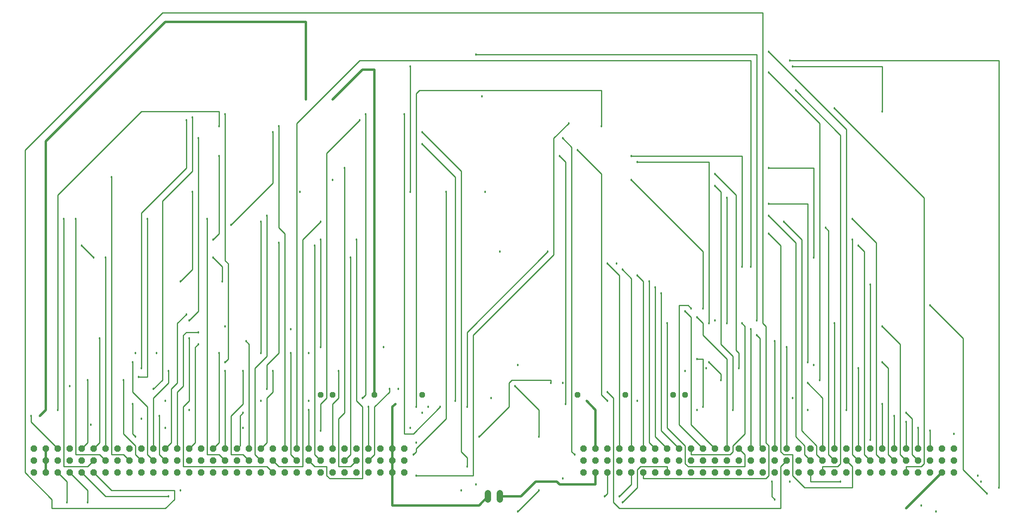
<source format=gbr>
G04 EAGLE Gerber RS-274X export*
G75*
%MOMM*%
%FSLAX34Y34*%
%LPD*%
%INBottom Copper*%
%IPPOS*%
%AMOC8*
5,1,8,0,0,1.08239X$1,22.5*%
G01*
%ADD10P,1.484606X8X292.500000*%
%ADD11P,1.319650X8X22.500000*%
%ADD12P,1.319650X8X202.500000*%
%ADD13C,1.371600*%
%ADD14C,0.254000*%
%ADD15C,0.457200*%
%ADD16C,0.508000*%


D10*
X965200Y139700D03*
X939800Y139700D03*
X914400Y139700D03*
X889000Y139700D03*
X863600Y139700D03*
X838200Y139700D03*
X812800Y139700D03*
X787400Y139700D03*
X762000Y139700D03*
X736600Y139700D03*
X711200Y139700D03*
X685800Y139700D03*
X660400Y139700D03*
X635000Y139700D03*
X609600Y139700D03*
X584200Y139700D03*
X965200Y88900D03*
X939800Y88900D03*
X914400Y88900D03*
X889000Y88900D03*
X863600Y88900D03*
X838200Y88900D03*
X812800Y88900D03*
X787400Y88900D03*
X762000Y88900D03*
X736600Y88900D03*
X711200Y88900D03*
X685800Y88900D03*
X660400Y88900D03*
X635000Y88900D03*
X609600Y88900D03*
X584200Y88900D03*
X965200Y114300D03*
X939800Y114300D03*
X914400Y114300D03*
X889000Y114300D03*
X863600Y114300D03*
X838200Y114300D03*
X812800Y114300D03*
X787400Y114300D03*
X762000Y114300D03*
X736600Y114300D03*
X711200Y114300D03*
X685800Y114300D03*
X660400Y114300D03*
X635000Y114300D03*
X609600Y114300D03*
X584200Y114300D03*
X558800Y139700D03*
X533400Y139700D03*
X508000Y139700D03*
X482600Y139700D03*
X457200Y139700D03*
X431800Y139700D03*
X406400Y139700D03*
X381000Y139700D03*
X355600Y139700D03*
X330200Y139700D03*
X304800Y139700D03*
X279400Y139700D03*
X254000Y139700D03*
X228600Y139700D03*
X203200Y139700D03*
X177800Y139700D03*
X558800Y88900D03*
X533400Y88900D03*
X508000Y88900D03*
X482600Y88900D03*
X457200Y88900D03*
X431800Y88900D03*
X406400Y88900D03*
X381000Y88900D03*
X355600Y88900D03*
X330200Y88900D03*
X304800Y88900D03*
X279400Y88900D03*
X254000Y88900D03*
X228600Y88900D03*
X203200Y88900D03*
X177800Y88900D03*
X558800Y114300D03*
X533400Y114300D03*
X508000Y114300D03*
X482600Y114300D03*
X457200Y114300D03*
X431800Y114300D03*
X406400Y114300D03*
X381000Y114300D03*
X355600Y114300D03*
X330200Y114300D03*
X304800Y114300D03*
X279400Y114300D03*
X254000Y114300D03*
X228600Y114300D03*
X203200Y114300D03*
X177800Y114300D03*
X2133600Y139700D03*
X2108200Y139700D03*
X2082800Y139700D03*
X2057400Y139700D03*
X2032000Y139700D03*
X2006600Y139700D03*
X1981200Y139700D03*
X1955800Y139700D03*
X1930400Y139700D03*
X1905000Y139700D03*
X1879600Y139700D03*
X1854200Y139700D03*
X1828800Y139700D03*
X1803400Y139700D03*
X1778000Y139700D03*
X1752600Y139700D03*
X2133600Y88900D03*
X2108200Y88900D03*
X2082800Y88900D03*
X2057400Y88900D03*
X2032000Y88900D03*
X2006600Y88900D03*
X1981200Y88900D03*
X1955800Y88900D03*
X1930400Y88900D03*
X1905000Y88900D03*
X1879600Y88900D03*
X1854200Y88900D03*
X1828800Y88900D03*
X1803400Y88900D03*
X1778000Y88900D03*
X1752600Y88900D03*
X2133600Y114300D03*
X2108200Y114300D03*
X2082800Y114300D03*
X2057400Y114300D03*
X2032000Y114300D03*
X2006600Y114300D03*
X1981200Y114300D03*
X1955800Y114300D03*
X1930400Y114300D03*
X1905000Y114300D03*
X1879600Y114300D03*
X1854200Y114300D03*
X1828800Y114300D03*
X1803400Y114300D03*
X1778000Y114300D03*
X1752600Y114300D03*
X1727200Y139700D03*
X1701800Y139700D03*
X1676400Y139700D03*
X1651000Y139700D03*
X1625600Y139700D03*
X1600200Y139700D03*
X1574800Y139700D03*
X1549400Y139700D03*
X1524000Y139700D03*
X1498600Y139700D03*
X1473200Y139700D03*
X1447800Y139700D03*
X1422400Y139700D03*
X1397000Y139700D03*
X1371600Y139700D03*
X1346200Y139700D03*
X1727200Y88900D03*
X1701800Y88900D03*
X1676400Y88900D03*
X1651000Y88900D03*
X1625600Y88900D03*
X1600200Y88900D03*
X1574800Y88900D03*
X1549400Y88900D03*
X1524000Y88900D03*
X1498600Y88900D03*
X1473200Y88900D03*
X1447800Y88900D03*
X1422400Y88900D03*
X1397000Y88900D03*
X1371600Y88900D03*
X1346200Y88900D03*
X1727200Y114300D03*
X1701800Y114300D03*
X1676400Y114300D03*
X1651000Y114300D03*
X1625600Y114300D03*
X1600200Y114300D03*
X1574800Y114300D03*
X1549400Y114300D03*
X1524000Y114300D03*
X1498600Y114300D03*
X1473200Y114300D03*
X1447800Y114300D03*
X1422400Y114300D03*
X1397000Y114300D03*
X1371600Y114300D03*
X1346200Y114300D03*
D11*
X787400Y254000D03*
X812800Y254000D03*
D12*
X1003300Y254000D03*
X901700Y254000D03*
D11*
X1536700Y254000D03*
X1562100Y254000D03*
D12*
X1435100Y254000D03*
X1333500Y254000D03*
D13*
X1168400Y44958D02*
X1168400Y31242D01*
X1143000Y31242D02*
X1143000Y44958D01*
D14*
X2082800Y139700D02*
X2082800Y177800D01*
D15*
X990600Y152400D03*
X2082800Y177800D03*
D14*
X889000Y139700D02*
X889000Y228600D01*
X1200150Y273050D02*
X1250950Y222250D01*
X1250950Y165100D01*
X2057400Y184150D02*
X2057400Y139700D01*
D15*
X889000Y228600D03*
X952500Y266700D03*
X1200150Y273050D03*
X1250950Y165100D03*
X2057400Y184150D03*
D14*
X2032000Y196850D02*
X2032000Y139700D01*
D15*
X977900Y184150D03*
X2032000Y196850D03*
D14*
X2006600Y209550D02*
X2006600Y139700D01*
D15*
X2006600Y209550D03*
D14*
X812800Y234950D02*
X812800Y139700D01*
X812800Y234950D02*
X825500Y247650D01*
X825500Y304800D01*
X1981200Y234950D02*
X1981200Y139700D01*
D15*
X825500Y304800D03*
X1460500Y241300D03*
X1981200Y234950D03*
D14*
X762000Y222250D02*
X762000Y139700D01*
X1930400Y139700D02*
X1930400Y311150D01*
D15*
X762000Y222250D03*
X1416050Y533400D03*
X1930400Y311150D03*
D14*
X736600Y139700D02*
X736600Y831850D01*
X869950Y965200D01*
X1701800Y965200D01*
X1701800Y527050D01*
D15*
X1701800Y527050D03*
D14*
X711200Y596900D02*
X711200Y139700D01*
X711200Y596900D02*
X698500Y609600D01*
X698500Y825500D01*
X1447800Y762000D02*
X1682750Y762000D01*
X1682750Y527050D01*
X1879600Y406400D02*
X1879600Y139700D01*
D15*
X698500Y825500D03*
X1447800Y762000D03*
X1682750Y527050D03*
X1879600Y406400D03*
D14*
X1638300Y298450D02*
X1612900Y323850D01*
X1638300Y298450D02*
X1638300Y285750D01*
X1822450Y279400D02*
X1854200Y247650D01*
X1854200Y139700D01*
D15*
X1206500Y317500D03*
X1612900Y323850D03*
X1638300Y285750D03*
X1822450Y279400D03*
D14*
X673100Y152400D02*
X660400Y139700D01*
X673100Y152400D02*
X673100Y247650D01*
X685800Y260350D01*
X685800Y304800D01*
X1587500Y330200D02*
X1600200Y330200D01*
X1600200Y228600D01*
D15*
X685800Y304800D03*
X1587500Y330200D03*
X1600200Y228600D03*
X1822450Y222250D03*
D14*
X635000Y139700D02*
X635000Y361950D01*
X628650Y368300D01*
D15*
X628650Y368300D03*
X762000Y342900D03*
X1835150Y317500D03*
D14*
X615950Y146050D02*
X609600Y139700D01*
X615950Y146050D02*
X615950Y209550D01*
X622300Y215900D01*
X1778000Y139700D02*
X1778000Y355600D01*
D15*
X622300Y215900D03*
X762000Y241300D03*
X920750Y355600D03*
X1778000Y355600D03*
D14*
X584200Y304800D02*
X584200Y139700D01*
X1752600Y139700D02*
X1752600Y368300D01*
D15*
X584200Y304800D03*
X1752600Y368300D03*
D14*
X571500Y152400D02*
X558800Y139700D01*
X571500Y152400D02*
X571500Y342900D01*
X1714500Y381000D02*
X1720850Y374650D01*
X1720850Y146050D01*
X1727200Y139700D01*
D15*
X571500Y342900D03*
X1714500Y381000D03*
D14*
X1701800Y393700D02*
X1701800Y139700D01*
D15*
X457200Y241300D03*
X660400Y241300D03*
X723900Y393700D03*
X1701800Y393700D03*
D14*
X520700Y152400D02*
X508000Y139700D01*
X520700Y152400D02*
X520700Y355600D01*
X527050Y361950D01*
X1524000Y406400D02*
X1524000Y184150D01*
X1562100Y146050D01*
X1562100Y107950D01*
X1568450Y101600D01*
X1689100Y101600D01*
X1689100Y127000D01*
X1676400Y139700D01*
D15*
X527050Y361950D03*
X1524000Y406400D03*
D14*
X482600Y260350D02*
X482600Y139700D01*
X482600Y260350D02*
X495300Y273050D01*
X495300Y381000D01*
X501650Y387350D01*
X527050Y387350D01*
X1587500Y419100D02*
X1600200Y406400D01*
X1600200Y381000D01*
X1651000Y330200D01*
X1651000Y139700D01*
D15*
X527050Y387350D03*
X1587500Y419100D03*
D14*
X469900Y152400D02*
X457200Y139700D01*
X469900Y152400D02*
X469900Y266700D01*
X482600Y279400D01*
X482600Y406400D01*
X501650Y425450D01*
X1562100Y431800D02*
X1574800Y419100D01*
X1574800Y190500D01*
X1625600Y139700D01*
D15*
X501650Y425450D03*
X1562100Y431800D03*
D14*
X431800Y247650D02*
X431800Y139700D01*
X431800Y247650D02*
X463550Y279400D01*
X463550Y304800D01*
X1568450Y444500D02*
X1574800Y438150D01*
X1568450Y444500D02*
X1549400Y444500D01*
X1549400Y190500D01*
X1600200Y139700D01*
D15*
X463550Y304800D03*
X1574800Y438150D03*
D14*
X1682750Y406400D02*
X1689100Y400050D01*
X1689100Y171450D01*
X1663700Y146050D01*
X1663700Y133350D01*
X1657350Y127000D01*
X1574800Y127000D01*
X1574800Y139700D01*
D15*
X438150Y342900D03*
X1682750Y406400D03*
D14*
X1511300Y469900D02*
X1511300Y177800D01*
X1549400Y139700D01*
D15*
X1511300Y469900D03*
D14*
X1498600Y482600D02*
X1498600Y165100D01*
X1524000Y139700D01*
D15*
X1498600Y482600D03*
D14*
X330200Y546100D02*
X330200Y139700D01*
X577850Y527050D02*
X558800Y546100D01*
X577850Y527050D02*
X577850Y495300D01*
X1485900Y495300D02*
X1485900Y152400D01*
X1498600Y139700D01*
D15*
X330200Y546100D03*
X558800Y546100D03*
X577850Y495300D03*
X1485900Y495300D03*
D14*
X317500Y152400D02*
X304800Y139700D01*
X317500Y152400D02*
X317500Y374650D01*
X1460500Y508000D02*
X1473200Y495300D01*
X1473200Y139700D01*
D15*
X317500Y374650D03*
X1460500Y508000D03*
D14*
X292100Y152400D02*
X279400Y139700D01*
X292100Y152400D02*
X292100Y285750D01*
X1428750Y520700D02*
X1447800Y501650D01*
X1447800Y139700D01*
D15*
X292100Y285750D03*
X1428750Y520700D03*
D14*
X304800Y546100D02*
X279400Y571500D01*
X1397000Y533400D02*
X1422400Y508000D01*
X1422400Y139700D01*
D15*
X279400Y571500D03*
X304800Y546100D03*
X1397000Y533400D03*
D14*
X228600Y139700D02*
X171450Y196850D01*
X171450Y209550D01*
X558800Y584200D02*
X571500Y596900D01*
X571500Y762000D01*
X1295400Y762000D02*
X1308100Y749300D01*
X1308100Y234950D01*
D15*
X171450Y209550D03*
X558800Y584200D03*
X571500Y762000D03*
X1295400Y762000D03*
X1308100Y234950D03*
D14*
X990600Y133350D02*
X984250Y127000D01*
X990600Y133350D02*
X990600Y139700D01*
X1054100Y203200D01*
X1054100Y685800D01*
X977900Y685800D02*
X977900Y952500D01*
X1790700Y952500D02*
X1981200Y952500D01*
X1981200Y857250D01*
D15*
X984250Y127000D03*
X1054100Y685800D03*
X977900Y685800D03*
X977900Y952500D03*
X1790700Y952500D03*
X1981200Y857250D03*
D14*
X901700Y127000D02*
X889000Y114300D01*
X901700Y127000D02*
X901700Y228600D01*
X933450Y260350D01*
X933450Y266700D01*
X2032000Y215900D02*
X2044700Y203200D01*
X2044700Y127000D01*
X2057400Y114300D01*
D15*
X933450Y266700D03*
X2032000Y215900D03*
D14*
X863600Y114300D02*
X850900Y101600D01*
X825500Y101600D01*
X825500Y203200D01*
X838200Y215900D01*
X838200Y736600D01*
X1739900Y736600D02*
X1835150Y736600D01*
X1835150Y546100D01*
X1981200Y400050D02*
X2019300Y361950D01*
X2019300Y127000D01*
X2032000Y114300D01*
D15*
X838200Y736600D03*
X1739900Y736600D03*
X1835150Y546100D03*
X1981200Y400050D03*
D14*
X850900Y127000D02*
X838200Y114300D01*
X850900Y127000D02*
X850900Y546100D01*
X1981200Y323850D02*
X1993900Y311150D01*
X1993900Y127000D01*
X2006600Y114300D01*
D15*
X850900Y546100D03*
X1981200Y323850D03*
D14*
X1968500Y577850D02*
X1917700Y628650D01*
X1968500Y577850D02*
X1968500Y127000D01*
X1981200Y114300D01*
D15*
X1136650Y685800D03*
X1917700Y628650D03*
D14*
X787400Y114300D02*
X774700Y127000D01*
X774700Y571500D01*
X1930400Y571500D02*
X1943100Y558800D01*
X1943100Y127000D01*
X1955800Y114300D01*
D15*
X774700Y571500D03*
X1930400Y571500D03*
D14*
X774700Y101600D02*
X762000Y114300D01*
X774700Y101600D02*
X800100Y101600D01*
X800100Y82550D01*
X806450Y76200D01*
X876300Y76200D01*
X876300Y228600D01*
X863600Y241300D01*
X863600Y584200D01*
X1917700Y584200D02*
X1917700Y127000D01*
X1930400Y114300D01*
D15*
X863600Y584200D03*
X1917700Y584200D03*
D14*
X736600Y114300D02*
X723900Y127000D01*
X723900Y342900D01*
X787400Y355600D02*
X787400Y584200D01*
X1739900Y596900D02*
X1765300Y571500D01*
X1765300Y133350D01*
X1771650Y127000D01*
X1790700Y127000D01*
X1790700Y82550D01*
X1816100Y57150D01*
X1917700Y57150D01*
X1917700Y101600D01*
X1905000Y114300D01*
D15*
X723900Y342900D03*
X787400Y355600D03*
X787400Y584200D03*
X1739900Y596900D03*
D14*
X673100Y317500D02*
X673100Y266700D01*
X673100Y317500D02*
X698500Y342900D01*
X698500Y577850D01*
X1860550Y609600D02*
X1866900Y603250D01*
X1866900Y127000D01*
X1879600Y114300D01*
D15*
X673100Y266700D03*
X698500Y577850D03*
X1860550Y609600D03*
D14*
X698500Y101600D02*
X685800Y114300D01*
X698500Y101600D02*
X749300Y101600D01*
X749300Y584200D01*
X787400Y622300D01*
X1771650Y622300D02*
X1809750Y584200D01*
X1809750Y177800D01*
X1841500Y146050D01*
X1841500Y127000D01*
X1854200Y114300D01*
D15*
X787400Y622300D03*
X1771650Y622300D03*
D14*
X660400Y114300D02*
X647700Y127000D01*
X647700Y311150D01*
X673100Y336550D01*
X673100Y635000D01*
X1739900Y635000D02*
X1797050Y577850D01*
X1797050Y165100D01*
X1816100Y146050D01*
X1816100Y127000D01*
X1828800Y114300D01*
D15*
X673100Y635000D03*
X1739900Y635000D03*
D14*
X635000Y114300D02*
X622300Y127000D01*
X596900Y127000D01*
X596900Y209550D01*
X622300Y234950D01*
X622300Y304800D01*
X660400Y342900D02*
X660400Y622300D01*
X2082800Y444500D02*
X2152650Y374650D01*
X2152650Y95250D01*
X2203450Y44450D01*
D15*
X622300Y304800D03*
X660400Y342900D03*
X660400Y622300D03*
X2082800Y444500D03*
X2203450Y44450D03*
D14*
X1409700Y247650D02*
X1397000Y260350D01*
X1409700Y247650D02*
X1409700Y25400D01*
X1422400Y12700D01*
X1765300Y12700D01*
X1765300Y101600D01*
X1778000Y114300D01*
D15*
X1397000Y260350D03*
D14*
X584200Y114300D02*
X571500Y127000D01*
X546100Y127000D01*
X546100Y628650D01*
X1739900Y660400D02*
X1822450Y660400D01*
X1822450Y323850D01*
D15*
X546100Y628650D03*
X1739900Y660400D03*
X1822450Y323850D03*
D14*
X419100Y292100D02*
X400050Y292100D01*
X419100Y292100D02*
X419100Y628650D01*
X1651000Y673100D02*
X1651000Y406400D01*
D15*
X400050Y292100D03*
X419100Y628650D03*
X1651000Y673100D03*
X1651000Y406400D03*
D14*
X514350Y520700D02*
X488950Y495300D01*
X514350Y520700D02*
X514350Y685800D01*
X1625600Y723900D02*
X1670050Y679450D01*
X1670050Y349250D01*
X1676400Y342900D01*
X1676400Y311150D01*
D15*
X457200Y184150D03*
X488950Y495300D03*
X514350Y685800D03*
X1625600Y723900D03*
X1676400Y311150D03*
D14*
X1638300Y685800D02*
X1625600Y698500D01*
X1638300Y685800D02*
X1638300Y361950D01*
X1663700Y336550D01*
X1663700Y222250D01*
D15*
X742950Y685800D03*
X1625600Y698500D03*
X1663700Y222250D03*
D14*
X1600200Y558800D02*
X1447800Y711200D01*
X1600200Y558800D02*
X1600200Y438150D01*
D15*
X508000Y222250D03*
X812800Y711200D03*
X1447800Y711200D03*
X1600200Y438150D03*
X1625600Y412750D03*
D14*
X457200Y114300D02*
X444500Y127000D01*
X444500Y209550D01*
D15*
X444500Y209550D03*
X1016000Y228600D03*
X1301750Y279400D03*
D14*
X431800Y114300D02*
X419100Y127000D01*
X419100Y228600D01*
X387350Y260350D01*
X387350Y323850D01*
D15*
X387350Y323850D03*
X1606550Y311150D03*
D14*
X406400Y114300D02*
X393700Y127000D01*
X393700Y146050D01*
X368300Y171450D01*
X368300Y285750D01*
D15*
X368300Y285750D03*
D14*
X368300Y127000D02*
X381000Y114300D01*
X368300Y127000D02*
X342900Y127000D01*
X342900Y717550D01*
X1460500Y749300D02*
X1612900Y749300D01*
X1612900Y406400D01*
D15*
X342900Y717550D03*
X1460500Y749300D03*
X1612900Y406400D03*
X1168400Y558800D03*
D14*
X330200Y114300D02*
X317500Y127000D01*
X266700Y127000D01*
X266700Y628650D01*
X1333500Y774700D02*
X1384300Y723900D01*
X1384300Y254000D01*
X1397000Y241300D01*
D15*
X266700Y628650D03*
X1333500Y774700D03*
X1397000Y241300D03*
D14*
X304800Y114300D02*
X292100Y101600D01*
X241300Y101600D01*
X241300Y628650D01*
X1003300Y787400D02*
X1073150Y717550D01*
X1073150Y241300D01*
D15*
X241300Y628650D03*
X1003300Y787400D03*
X1073150Y241300D03*
D14*
X228600Y222250D02*
X228600Y679450D01*
X406400Y857250D01*
X571500Y857250D01*
X571500Y825500D01*
X1301750Y800100D02*
X1320800Y781050D01*
X1320800Y133350D01*
X1327150Y127000D01*
D15*
X228600Y222250D03*
X571500Y825500D03*
X1301750Y800100D03*
X1327150Y127000D03*
X1784350Y69850D03*
D14*
X685800Y704850D02*
X596900Y615950D01*
X685800Y704850D02*
X685800Y812800D01*
X1003300Y812800D02*
X1085850Y730250D01*
X1085850Y133350D01*
X1098550Y120650D01*
X1098550Y101600D01*
D15*
X596900Y615950D03*
X685800Y812800D03*
X1003300Y812800D03*
X1098550Y101600D03*
D14*
X1111250Y82550D02*
X990600Y82550D01*
X1111250Y82550D02*
X1111250Y381000D01*
X1282700Y552450D01*
X1282700Y800100D01*
X1314450Y831850D01*
D15*
X990600Y82550D03*
X1314450Y831850D03*
X2133600Y171450D03*
D14*
X787400Y177800D02*
X787400Y234950D01*
X800100Y247650D01*
X800100Y768350D01*
X869950Y838200D01*
D15*
X787400Y177800D03*
X869950Y838200D03*
D14*
X1041400Y228600D02*
X984250Y171450D01*
X965200Y171450D01*
X965200Y850900D01*
X1879600Y863600D02*
X2070100Y673100D01*
X2070100Y107950D01*
X2063750Y101600D01*
X2032000Y101600D01*
X2032000Y88900D01*
D15*
X1041400Y228600D03*
X965200Y850900D03*
X1879600Y863600D03*
D14*
X990600Y895350D02*
X990600Y228600D01*
X990600Y895350D02*
X996950Y901700D01*
X1384300Y901700D01*
X1384300Y825500D01*
D15*
X990600Y228600D03*
X1384300Y825500D03*
D14*
X882650Y254000D02*
X876300Y247650D01*
X882650Y254000D02*
X882650Y850900D01*
D15*
X876300Y247650D03*
X882650Y850900D03*
X2184400Y82550D03*
X2095500Y6350D03*
X2063750Y19050D03*
D14*
X406400Y311150D02*
X406400Y641350D01*
X501650Y736600D01*
X501650Y838200D01*
X1739900Y984250D02*
X1905000Y819150D01*
X1905000Y222250D01*
D15*
X406400Y311150D03*
X501650Y838200D03*
X1739900Y984250D03*
X1905000Y222250D03*
D14*
X685800Y88900D02*
X673100Y101600D01*
X495300Y101600D01*
X495300Y228600D01*
X508000Y241300D01*
X508000Y374650D01*
X508000Y412750D02*
X527050Y431800D01*
X527050Y800100D01*
X1797050Y901700D02*
X1892300Y806450D01*
X1892300Y107950D01*
X1885950Y101600D01*
X1854200Y101600D01*
X1854200Y88900D01*
D15*
X508000Y374650D03*
X508000Y412750D03*
X527050Y800100D03*
X1797050Y901700D03*
D14*
X1828800Y69850D02*
X1892300Y69850D01*
X1828800Y69850D02*
X1828800Y88900D01*
D15*
X622300Y184150D03*
X1130300Y889000D03*
X2190750Y69850D03*
X1892300Y69850D03*
X1149350Y247650D03*
X1790700Y247650D03*
D14*
X1098550Y228600D02*
X1098550Y387350D01*
X1270000Y558800D01*
X1955800Y488950D02*
X1955800Y158750D01*
D15*
X1098550Y228600D03*
X1270000Y558800D03*
X1955800Y488950D03*
X1955800Y158750D03*
D14*
X1714500Y977900D02*
X1117600Y977900D01*
X1714500Y977900D02*
X1714500Y412750D01*
D15*
X1117600Y977900D03*
X1714500Y412750D03*
D14*
X590550Y330200D02*
X584200Y323850D01*
X590550Y330200D02*
X590550Y533400D01*
X584200Y539750D01*
X584200Y850900D01*
X1739900Y939800D02*
X1847850Y831850D01*
X1847850Y285750D01*
D15*
X584200Y323850D03*
X584200Y850900D03*
X1739900Y939800D03*
X1847850Y285750D03*
X584200Y400050D03*
X254000Y273050D03*
X393700Y342900D03*
X1562100Y304800D03*
D14*
X1187450Y228600D02*
X1123950Y165100D01*
X1187450Y228600D02*
X1187450Y279400D01*
X1193800Y285750D01*
X1276350Y285750D01*
X1276350Y279400D01*
D15*
X1123950Y165100D03*
X1276350Y279400D03*
D14*
X450850Y285750D02*
X431800Y266700D01*
X450850Y285750D02*
X450850Y666750D01*
X514350Y730250D01*
X514350Y844550D01*
X1784350Y965200D02*
X2228850Y965200D01*
X2228850Y57150D01*
X1752600Y31750D02*
X1746250Y38100D01*
X1746250Y69850D01*
D15*
X406400Y203200D03*
X431800Y266700D03*
X514350Y844550D03*
X1784350Y965200D03*
X2228850Y57150D03*
X1752600Y31750D03*
X1746250Y69850D03*
X488950Y50800D03*
X1085850Y50800D03*
D14*
X393700Y165100D02*
X387350Y171450D01*
X387350Y234950D01*
D15*
X393700Y165100D03*
X387350Y234950D03*
X1003300Y215900D03*
X1587500Y222250D03*
X298450Y190500D03*
D14*
X1428750Y25400D02*
X1460500Y57150D01*
X1460500Y95250D01*
X1466850Y101600D01*
X1524000Y101600D01*
X1524000Y88900D01*
D15*
X1428750Y25400D03*
D14*
X342900Y50800D02*
X304800Y88900D01*
X342900Y50800D02*
X476250Y50800D01*
X476250Y31750D01*
X457200Y12700D01*
X215900Y12700D01*
X215900Y31750D01*
X158750Y88900D01*
X158750Y774700D01*
X450850Y1066800D01*
X1727200Y1066800D01*
X1727200Y406400D01*
X1733550Y400050D01*
X1733550Y152400D01*
X1739900Y146050D01*
X1739900Y82550D01*
X1733550Y76200D01*
X1473200Y76200D01*
X1473200Y88900D01*
X330200Y38100D02*
X279400Y88900D01*
X330200Y38100D02*
X463550Y38100D01*
X1422400Y38100D02*
X1447800Y63500D01*
X1447800Y88900D01*
D15*
X463550Y38100D03*
X1117600Y63500D03*
X1422400Y38100D03*
D14*
X292100Y50800D02*
X254000Y88900D01*
X292100Y50800D02*
X292100Y25400D01*
D15*
X292100Y25400D03*
X1301750Y76200D03*
D14*
X247650Y69850D02*
X228600Y88900D01*
X247650Y69850D02*
X247650Y25400D01*
X1206500Y6350D02*
X1250950Y50800D01*
X1390650Y38100D02*
X1397000Y44450D01*
X1397000Y88900D01*
D15*
X247650Y25400D03*
X1206500Y6350D03*
X1250950Y50800D03*
X1390650Y38100D03*
D16*
X939800Y88900D02*
X939800Y114300D01*
X1123950Y19050D02*
X1143000Y38100D01*
X1123950Y19050D02*
X939800Y19050D01*
X939800Y88900D01*
X203200Y88900D02*
X203200Y114300D01*
X203200Y139700D01*
X939800Y228600D02*
X946150Y234950D01*
X939800Y228600D02*
X939800Y139700D01*
X203200Y222250D02*
X190500Y209550D01*
X203200Y222250D02*
X203200Y793750D01*
X457200Y1047750D01*
X755650Y1047750D01*
X755650Y882650D01*
X812800Y882650D02*
X876300Y946150D01*
X901700Y946150D01*
X901700Y254000D01*
X939800Y139700D02*
X939800Y114300D01*
D15*
X946150Y234950D03*
X190500Y209550D03*
X755650Y882650D03*
X812800Y882650D03*
D16*
X1352550Y241300D02*
X1371600Y222250D01*
X1371600Y139700D01*
X1212850Y38100D02*
X1168400Y38100D01*
X1212850Y38100D02*
X1244600Y69850D01*
X1289050Y69850D01*
X1295400Y63500D01*
X1371600Y63500D01*
X1371600Y88900D01*
X2032000Y12700D02*
X2108200Y88900D01*
D15*
X1352550Y241300D03*
X2032000Y12700D03*
M02*

</source>
